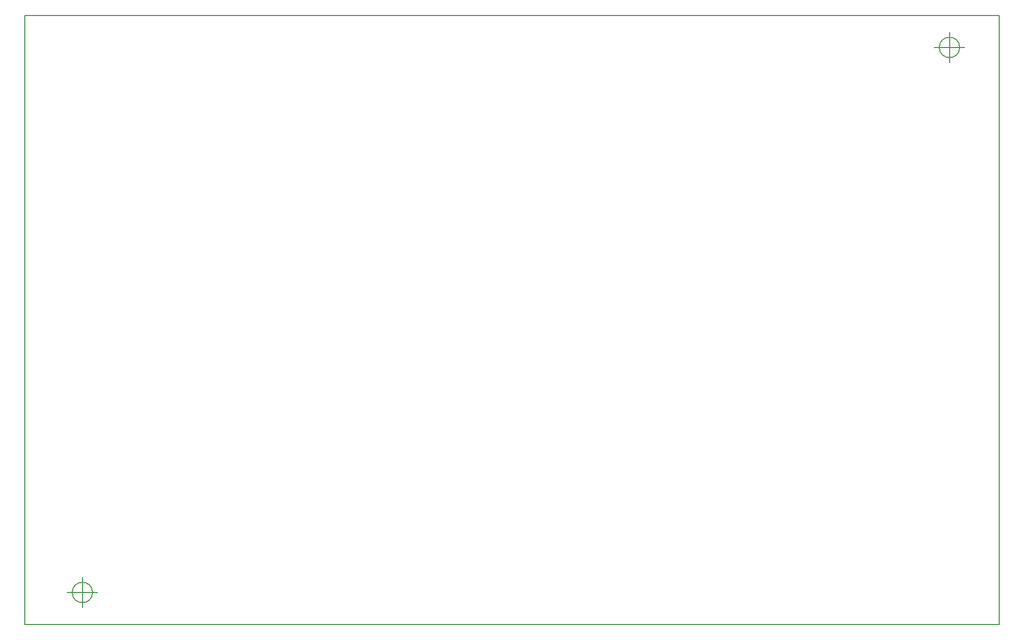
<source format=gm1>
G04 #@! TF.GenerationSoftware,KiCad,Pcbnew,(5.1.2)-2*
G04 #@! TF.CreationDate,2019-06-10T17:10:01+02:00*
G04 #@! TF.ProjectId,GB2,4742322e-6b69-4636-9164-5f7063625858,rev?*
G04 #@! TF.SameCoordinates,Original*
G04 #@! TF.FileFunction,Profile,NP*
%FSLAX46Y46*%
G04 Gerber Fmt 4.6, Leading zero omitted, Abs format (unit mm)*
G04 Created by KiCad (PCBNEW (5.1.2)-2) date 2019-06-10 17:10:01*
%MOMM*%
%LPD*%
G04 APERTURE LIST*
%ADD10C,0.150000*%
G04 APERTURE END LIST*
D10*
X208422666Y-50292000D02*
G75*
G03X208422666Y-50292000I-1666666J0D01*
G01*
X204256000Y-50292000D02*
X209256000Y-50292000D01*
X206756000Y-47792000D02*
X206756000Y-52792000D01*
X66182666Y-139700000D02*
G75*
G03X66182666Y-139700000I-1666666J0D01*
G01*
X62016000Y-139700000D02*
X67016000Y-139700000D01*
X64516000Y-137200000D02*
X64516000Y-142200000D01*
X55075000Y-45075000D02*
X55075000Y-144925000D01*
X55075000Y-144925000D02*
X214925000Y-144925000D01*
X214925000Y-45075000D02*
X55075000Y-45075000D01*
X214925000Y-144925000D02*
X214925000Y-45075000D01*
M02*

</source>
